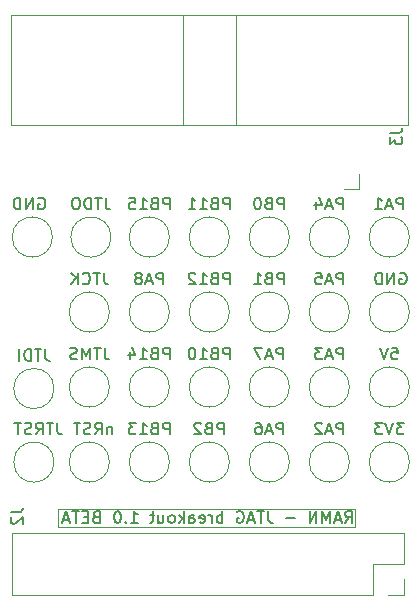
<source format=gbr>
G04 #@! TF.GenerationSoftware,KiCad,Pcbnew,(5.1.4)-1*
G04 #@! TF.CreationDate,2019-12-12T19:58:15+09:00*
G04 #@! TF.ProjectId,microcar_head,6d696372-6f63-4617-925f-686561642e6b,rev?*
G04 #@! TF.SameCoordinates,Original*
G04 #@! TF.FileFunction,Legend,Bot*
G04 #@! TF.FilePolarity,Positive*
%FSLAX46Y46*%
G04 Gerber Fmt 4.6, Leading zero omitted, Abs format (unit mm)*
G04 Created by KiCad (PCBNEW (5.1.4)-1) date 2019-12-12 19:58:15*
%MOMM*%
%LPD*%
G04 APERTURE LIST*
%ADD10C,0.120000*%
%ADD11C,0.150000*%
G04 APERTURE END LIST*
D10*
X48514000Y-59690000D02*
X23368000Y-59690000D01*
X48514000Y-58166000D02*
X48514000Y-59690000D01*
X23368000Y-58166000D02*
X48514000Y-58166000D01*
X23368000Y-59690000D02*
X23368000Y-58166000D01*
D11*
X47687047Y-59380380D02*
X48020380Y-58904190D01*
X48258476Y-59380380D02*
X48258476Y-58380380D01*
X47877523Y-58380380D01*
X47782285Y-58428000D01*
X47734666Y-58475619D01*
X47687047Y-58570857D01*
X47687047Y-58713714D01*
X47734666Y-58808952D01*
X47782285Y-58856571D01*
X47877523Y-58904190D01*
X48258476Y-58904190D01*
X47306095Y-59094666D02*
X46829904Y-59094666D01*
X47401333Y-59380380D02*
X47068000Y-58380380D01*
X46734666Y-59380380D01*
X46401333Y-59380380D02*
X46401333Y-58380380D01*
X46068000Y-59094666D01*
X45734666Y-58380380D01*
X45734666Y-59380380D01*
X45258476Y-59380380D02*
X45258476Y-58380380D01*
X44687047Y-59380380D01*
X44687047Y-58380380D01*
X43448952Y-58999428D02*
X42687047Y-58999428D01*
X41163238Y-58380380D02*
X41163238Y-59094666D01*
X41210857Y-59237523D01*
X41306095Y-59332761D01*
X41448952Y-59380380D01*
X41544190Y-59380380D01*
X40829904Y-58380380D02*
X40258476Y-58380380D01*
X40544190Y-59380380D02*
X40544190Y-58380380D01*
X39972761Y-59094666D02*
X39496571Y-59094666D01*
X40068000Y-59380380D02*
X39734666Y-58380380D01*
X39401333Y-59380380D01*
X38544190Y-58428000D02*
X38639428Y-58380380D01*
X38782285Y-58380380D01*
X38925142Y-58428000D01*
X39020380Y-58523238D01*
X39068000Y-58618476D01*
X39115619Y-58808952D01*
X39115619Y-58951809D01*
X39068000Y-59142285D01*
X39020380Y-59237523D01*
X38925142Y-59332761D01*
X38782285Y-59380380D01*
X38687047Y-59380380D01*
X38544190Y-59332761D01*
X38496571Y-59285142D01*
X38496571Y-58951809D01*
X38687047Y-58951809D01*
X37306095Y-59380380D02*
X37306095Y-58380380D01*
X37306095Y-58761333D02*
X37210857Y-58713714D01*
X37020380Y-58713714D01*
X36925142Y-58761333D01*
X36877523Y-58808952D01*
X36829904Y-58904190D01*
X36829904Y-59189904D01*
X36877523Y-59285142D01*
X36925142Y-59332761D01*
X37020380Y-59380380D01*
X37210857Y-59380380D01*
X37306095Y-59332761D01*
X36401333Y-59380380D02*
X36401333Y-58713714D01*
X36401333Y-58904190D02*
X36353714Y-58808952D01*
X36306095Y-58761333D01*
X36210857Y-58713714D01*
X36115619Y-58713714D01*
X35401333Y-59332761D02*
X35496571Y-59380380D01*
X35687047Y-59380380D01*
X35782285Y-59332761D01*
X35829904Y-59237523D01*
X35829904Y-58856571D01*
X35782285Y-58761333D01*
X35687047Y-58713714D01*
X35496571Y-58713714D01*
X35401333Y-58761333D01*
X35353714Y-58856571D01*
X35353714Y-58951809D01*
X35829904Y-59047047D01*
X34496571Y-59380380D02*
X34496571Y-58856571D01*
X34544190Y-58761333D01*
X34639428Y-58713714D01*
X34829904Y-58713714D01*
X34925142Y-58761333D01*
X34496571Y-59332761D02*
X34591809Y-59380380D01*
X34829904Y-59380380D01*
X34925142Y-59332761D01*
X34972761Y-59237523D01*
X34972761Y-59142285D01*
X34925142Y-59047047D01*
X34829904Y-58999428D01*
X34591809Y-58999428D01*
X34496571Y-58951809D01*
X34020380Y-59380380D02*
X34020380Y-58380380D01*
X33925142Y-58999428D02*
X33639428Y-59380380D01*
X33639428Y-58713714D02*
X34020380Y-59094666D01*
X33068000Y-59380380D02*
X33163238Y-59332761D01*
X33210857Y-59285142D01*
X33258476Y-59189904D01*
X33258476Y-58904190D01*
X33210857Y-58808952D01*
X33163238Y-58761333D01*
X33068000Y-58713714D01*
X32925142Y-58713714D01*
X32829904Y-58761333D01*
X32782285Y-58808952D01*
X32734666Y-58904190D01*
X32734666Y-59189904D01*
X32782285Y-59285142D01*
X32829904Y-59332761D01*
X32925142Y-59380380D01*
X33068000Y-59380380D01*
X31877523Y-58713714D02*
X31877523Y-59380380D01*
X32306095Y-58713714D02*
X32306095Y-59237523D01*
X32258476Y-59332761D01*
X32163238Y-59380380D01*
X32020380Y-59380380D01*
X31925142Y-59332761D01*
X31877523Y-59285142D01*
X31544190Y-58713714D02*
X31163238Y-58713714D01*
X31401333Y-58380380D02*
X31401333Y-59237523D01*
X31353714Y-59332761D01*
X31258476Y-59380380D01*
X31163238Y-59380380D01*
X29544190Y-59380380D02*
X30115619Y-59380380D01*
X29829904Y-59380380D02*
X29829904Y-58380380D01*
X29925142Y-58523238D01*
X30020380Y-58618476D01*
X30115619Y-58666095D01*
X29115619Y-59285142D02*
X29068000Y-59332761D01*
X29115619Y-59380380D01*
X29163238Y-59332761D01*
X29115619Y-59285142D01*
X29115619Y-59380380D01*
X28448952Y-58380380D02*
X28353714Y-58380380D01*
X28258476Y-58428000D01*
X28210857Y-58475619D01*
X28163238Y-58570857D01*
X28115619Y-58761333D01*
X28115619Y-58999428D01*
X28163238Y-59189904D01*
X28210857Y-59285142D01*
X28258476Y-59332761D01*
X28353714Y-59380380D01*
X28448952Y-59380380D01*
X28544190Y-59332761D01*
X28591809Y-59285142D01*
X28639428Y-59189904D01*
X28687047Y-58999428D01*
X28687047Y-58761333D01*
X28639428Y-58570857D01*
X28591809Y-58475619D01*
X28544190Y-58428000D01*
X28448952Y-58380380D01*
X26591809Y-58856571D02*
X26448952Y-58904190D01*
X26401333Y-58951809D01*
X26353714Y-59047047D01*
X26353714Y-59189904D01*
X26401333Y-59285142D01*
X26448952Y-59332761D01*
X26544190Y-59380380D01*
X26925142Y-59380380D01*
X26925142Y-58380380D01*
X26591809Y-58380380D01*
X26496571Y-58428000D01*
X26448952Y-58475619D01*
X26401333Y-58570857D01*
X26401333Y-58666095D01*
X26448952Y-58761333D01*
X26496571Y-58808952D01*
X26591809Y-58856571D01*
X26925142Y-58856571D01*
X25925142Y-58856571D02*
X25591809Y-58856571D01*
X25448952Y-59380380D02*
X25925142Y-59380380D01*
X25925142Y-58380380D01*
X25448952Y-58380380D01*
X25163238Y-58380380D02*
X24591809Y-58380380D01*
X24877523Y-59380380D02*
X24877523Y-58380380D01*
X24306095Y-59094666D02*
X23829904Y-59094666D01*
X24401333Y-59380380D02*
X24068000Y-58380380D01*
X23734666Y-59380380D01*
D10*
X52638000Y-65465000D02*
X52638000Y-64135000D01*
X51308000Y-65465000D02*
X52638000Y-65465000D01*
X52638000Y-62865000D02*
X52638000Y-60265000D01*
X50038000Y-62865000D02*
X52638000Y-62865000D01*
X50038000Y-65465000D02*
X50038000Y-62865000D01*
X52638000Y-60265000D02*
X19498000Y-60265000D01*
X50038000Y-65465000D02*
X19498000Y-65465000D01*
X19498000Y-65465000D02*
X19498000Y-60265000D01*
X38445000Y-25715000D02*
X38445000Y-16365000D01*
X19415000Y-25715000D02*
X52975000Y-25715000D01*
X19415000Y-25715000D02*
X19415000Y-16365000D01*
X33945000Y-25715000D02*
X33945000Y-16365000D01*
X52975000Y-25715000D02*
X52975000Y-16365000D01*
X52975000Y-16365000D02*
X19415000Y-16365000D01*
X48895000Y-29845000D02*
X48895000Y-31115000D01*
X48895000Y-31115000D02*
X47625000Y-31115000D01*
X22909000Y-35179000D02*
G75*
G03X22909000Y-35179000I-1700000J0D01*
G01*
X32815000Y-54229000D02*
G75*
G03X32815000Y-54229000I-1700000J0D01*
G01*
X32815000Y-35179000D02*
G75*
G03X32815000Y-35179000I-1700000J0D01*
G01*
X32815000Y-47879000D02*
G75*
G03X32815000Y-47879000I-1700000J0D01*
G01*
X37895000Y-41529000D02*
G75*
G03X37895000Y-41529000I-1700000J0D01*
G01*
X37895000Y-35179000D02*
G75*
G03X37895000Y-35179000I-1700000J0D01*
G01*
X37895000Y-47879000D02*
G75*
G03X37895000Y-47879000I-1700000J0D01*
G01*
X37895000Y-54229000D02*
G75*
G03X37895000Y-54229000I-1700000J0D01*
G01*
X42975000Y-41529000D02*
G75*
G03X42975000Y-41529000I-1700000J0D01*
G01*
X42975000Y-35179000D02*
G75*
G03X42975000Y-35179000I-1700000J0D01*
G01*
X32815000Y-41529000D02*
G75*
G03X32815000Y-41529000I-1700000J0D01*
G01*
X42975000Y-47879000D02*
G75*
G03X42975000Y-47879000I-1700000J0D01*
G01*
X42975000Y-54229000D02*
G75*
G03X42975000Y-54229000I-1700000J0D01*
G01*
X48055000Y-41529000D02*
G75*
G03X48055000Y-41529000I-1700000J0D01*
G01*
X48055000Y-35179000D02*
G75*
G03X48055000Y-35179000I-1700000J0D01*
G01*
X48055000Y-47879000D02*
G75*
G03X48055000Y-47879000I-1700000J0D01*
G01*
X48055000Y-54229000D02*
G75*
G03X48055000Y-54229000I-1700000J0D01*
G01*
X53135000Y-35179000D02*
G75*
G03X53135000Y-35179000I-1700000J0D01*
G01*
X27735000Y-54229000D02*
G75*
G03X27735000Y-54229000I-1700000J0D01*
G01*
X23036000Y-54229000D02*
G75*
G03X23036000Y-54229000I-1700000J0D01*
G01*
X27735000Y-47879000D02*
G75*
G03X27735000Y-47879000I-1700000J0D01*
G01*
X27862000Y-35179000D02*
G75*
G03X27862000Y-35179000I-1700000J0D01*
G01*
X23036000Y-48006000D02*
G75*
G03X23036000Y-48006000I-1700000J0D01*
G01*
X27735000Y-41529000D02*
G75*
G03X27735000Y-41529000I-1700000J0D01*
G01*
X53135000Y-41529000D02*
G75*
G03X53135000Y-41529000I-1700000J0D01*
G01*
X53135000Y-47879000D02*
G75*
G03X53135000Y-47879000I-1700000J0D01*
G01*
X53135000Y-54229000D02*
G75*
G03X53135000Y-54229000I-1700000J0D01*
G01*
D11*
X19391380Y-58467666D02*
X20105666Y-58467666D01*
X20248523Y-58420047D01*
X20343761Y-58324809D01*
X20391380Y-58181952D01*
X20391380Y-58086714D01*
X19486619Y-58896238D02*
X19439000Y-58943857D01*
X19391380Y-59039095D01*
X19391380Y-59277190D01*
X19439000Y-59372428D01*
X19486619Y-59420047D01*
X19581857Y-59467666D01*
X19677095Y-59467666D01*
X19819952Y-59420047D01*
X20391380Y-58848619D01*
X20391380Y-59467666D01*
X51522380Y-26336666D02*
X52236666Y-26336666D01*
X52379523Y-26289047D01*
X52474761Y-26193809D01*
X52522380Y-26050952D01*
X52522380Y-25955714D01*
X51522380Y-26717619D02*
X51522380Y-27336666D01*
X51903333Y-27003333D01*
X51903333Y-27146190D01*
X51950952Y-27241428D01*
X51998571Y-27289047D01*
X52093809Y-27336666D01*
X52331904Y-27336666D01*
X52427142Y-27289047D01*
X52474761Y-27241428D01*
X52522380Y-27146190D01*
X52522380Y-26860476D01*
X52474761Y-26765238D01*
X52427142Y-26717619D01*
X21716904Y-31885000D02*
X21812142Y-31837380D01*
X21955000Y-31837380D01*
X22097857Y-31885000D01*
X22193095Y-31980238D01*
X22240714Y-32075476D01*
X22288333Y-32265952D01*
X22288333Y-32408809D01*
X22240714Y-32599285D01*
X22193095Y-32694523D01*
X22097857Y-32789761D01*
X21955000Y-32837380D01*
X21859761Y-32837380D01*
X21716904Y-32789761D01*
X21669285Y-32742142D01*
X21669285Y-32408809D01*
X21859761Y-32408809D01*
X21240714Y-32837380D02*
X21240714Y-31837380D01*
X20669285Y-32837380D01*
X20669285Y-31837380D01*
X20193095Y-32837380D02*
X20193095Y-31837380D01*
X19955000Y-31837380D01*
X19812142Y-31885000D01*
X19716904Y-31980238D01*
X19669285Y-32075476D01*
X19621666Y-32265952D01*
X19621666Y-32408809D01*
X19669285Y-32599285D01*
X19716904Y-32694523D01*
X19812142Y-32789761D01*
X19955000Y-32837380D01*
X20193095Y-32837380D01*
X32829285Y-51887380D02*
X32829285Y-50887380D01*
X32448333Y-50887380D01*
X32353095Y-50935000D01*
X32305476Y-50982619D01*
X32257857Y-51077857D01*
X32257857Y-51220714D01*
X32305476Y-51315952D01*
X32353095Y-51363571D01*
X32448333Y-51411190D01*
X32829285Y-51411190D01*
X31495952Y-51363571D02*
X31353095Y-51411190D01*
X31305476Y-51458809D01*
X31257857Y-51554047D01*
X31257857Y-51696904D01*
X31305476Y-51792142D01*
X31353095Y-51839761D01*
X31448333Y-51887380D01*
X31829285Y-51887380D01*
X31829285Y-50887380D01*
X31495952Y-50887380D01*
X31400714Y-50935000D01*
X31353095Y-50982619D01*
X31305476Y-51077857D01*
X31305476Y-51173095D01*
X31353095Y-51268333D01*
X31400714Y-51315952D01*
X31495952Y-51363571D01*
X31829285Y-51363571D01*
X30305476Y-51887380D02*
X30876904Y-51887380D01*
X30591190Y-51887380D02*
X30591190Y-50887380D01*
X30686428Y-51030238D01*
X30781666Y-51125476D01*
X30876904Y-51173095D01*
X29972142Y-50887380D02*
X29353095Y-50887380D01*
X29686428Y-51268333D01*
X29543571Y-51268333D01*
X29448333Y-51315952D01*
X29400714Y-51363571D01*
X29353095Y-51458809D01*
X29353095Y-51696904D01*
X29400714Y-51792142D01*
X29448333Y-51839761D01*
X29543571Y-51887380D01*
X29829285Y-51887380D01*
X29924523Y-51839761D01*
X29972142Y-51792142D01*
X32829285Y-32837380D02*
X32829285Y-31837380D01*
X32448333Y-31837380D01*
X32353095Y-31885000D01*
X32305476Y-31932619D01*
X32257857Y-32027857D01*
X32257857Y-32170714D01*
X32305476Y-32265952D01*
X32353095Y-32313571D01*
X32448333Y-32361190D01*
X32829285Y-32361190D01*
X31495952Y-32313571D02*
X31353095Y-32361190D01*
X31305476Y-32408809D01*
X31257857Y-32504047D01*
X31257857Y-32646904D01*
X31305476Y-32742142D01*
X31353095Y-32789761D01*
X31448333Y-32837380D01*
X31829285Y-32837380D01*
X31829285Y-31837380D01*
X31495952Y-31837380D01*
X31400714Y-31885000D01*
X31353095Y-31932619D01*
X31305476Y-32027857D01*
X31305476Y-32123095D01*
X31353095Y-32218333D01*
X31400714Y-32265952D01*
X31495952Y-32313571D01*
X31829285Y-32313571D01*
X30305476Y-32837380D02*
X30876904Y-32837380D01*
X30591190Y-32837380D02*
X30591190Y-31837380D01*
X30686428Y-31980238D01*
X30781666Y-32075476D01*
X30876904Y-32123095D01*
X29400714Y-31837380D02*
X29876904Y-31837380D01*
X29924523Y-32313571D01*
X29876904Y-32265952D01*
X29781666Y-32218333D01*
X29543571Y-32218333D01*
X29448333Y-32265952D01*
X29400714Y-32313571D01*
X29353095Y-32408809D01*
X29353095Y-32646904D01*
X29400714Y-32742142D01*
X29448333Y-32789761D01*
X29543571Y-32837380D01*
X29781666Y-32837380D01*
X29876904Y-32789761D01*
X29924523Y-32742142D01*
X32829285Y-45537380D02*
X32829285Y-44537380D01*
X32448333Y-44537380D01*
X32353095Y-44585000D01*
X32305476Y-44632619D01*
X32257857Y-44727857D01*
X32257857Y-44870714D01*
X32305476Y-44965952D01*
X32353095Y-45013571D01*
X32448333Y-45061190D01*
X32829285Y-45061190D01*
X31495952Y-45013571D02*
X31353095Y-45061190D01*
X31305476Y-45108809D01*
X31257857Y-45204047D01*
X31257857Y-45346904D01*
X31305476Y-45442142D01*
X31353095Y-45489761D01*
X31448333Y-45537380D01*
X31829285Y-45537380D01*
X31829285Y-44537380D01*
X31495952Y-44537380D01*
X31400714Y-44585000D01*
X31353095Y-44632619D01*
X31305476Y-44727857D01*
X31305476Y-44823095D01*
X31353095Y-44918333D01*
X31400714Y-44965952D01*
X31495952Y-45013571D01*
X31829285Y-45013571D01*
X30305476Y-45537380D02*
X30876904Y-45537380D01*
X30591190Y-45537380D02*
X30591190Y-44537380D01*
X30686428Y-44680238D01*
X30781666Y-44775476D01*
X30876904Y-44823095D01*
X29448333Y-44870714D02*
X29448333Y-45537380D01*
X29686428Y-44489761D02*
X29924523Y-45204047D01*
X29305476Y-45204047D01*
X37909285Y-39187380D02*
X37909285Y-38187380D01*
X37528333Y-38187380D01*
X37433095Y-38235000D01*
X37385476Y-38282619D01*
X37337857Y-38377857D01*
X37337857Y-38520714D01*
X37385476Y-38615952D01*
X37433095Y-38663571D01*
X37528333Y-38711190D01*
X37909285Y-38711190D01*
X36575952Y-38663571D02*
X36433095Y-38711190D01*
X36385476Y-38758809D01*
X36337857Y-38854047D01*
X36337857Y-38996904D01*
X36385476Y-39092142D01*
X36433095Y-39139761D01*
X36528333Y-39187380D01*
X36909285Y-39187380D01*
X36909285Y-38187380D01*
X36575952Y-38187380D01*
X36480714Y-38235000D01*
X36433095Y-38282619D01*
X36385476Y-38377857D01*
X36385476Y-38473095D01*
X36433095Y-38568333D01*
X36480714Y-38615952D01*
X36575952Y-38663571D01*
X36909285Y-38663571D01*
X35385476Y-39187380D02*
X35956904Y-39187380D01*
X35671190Y-39187380D02*
X35671190Y-38187380D01*
X35766428Y-38330238D01*
X35861666Y-38425476D01*
X35956904Y-38473095D01*
X35004523Y-38282619D02*
X34956904Y-38235000D01*
X34861666Y-38187380D01*
X34623571Y-38187380D01*
X34528333Y-38235000D01*
X34480714Y-38282619D01*
X34433095Y-38377857D01*
X34433095Y-38473095D01*
X34480714Y-38615952D01*
X35052142Y-39187380D01*
X34433095Y-39187380D01*
X37909285Y-32837380D02*
X37909285Y-31837380D01*
X37528333Y-31837380D01*
X37433095Y-31885000D01*
X37385476Y-31932619D01*
X37337857Y-32027857D01*
X37337857Y-32170714D01*
X37385476Y-32265952D01*
X37433095Y-32313571D01*
X37528333Y-32361190D01*
X37909285Y-32361190D01*
X36575952Y-32313571D02*
X36433095Y-32361190D01*
X36385476Y-32408809D01*
X36337857Y-32504047D01*
X36337857Y-32646904D01*
X36385476Y-32742142D01*
X36433095Y-32789761D01*
X36528333Y-32837380D01*
X36909285Y-32837380D01*
X36909285Y-31837380D01*
X36575952Y-31837380D01*
X36480714Y-31885000D01*
X36433095Y-31932619D01*
X36385476Y-32027857D01*
X36385476Y-32123095D01*
X36433095Y-32218333D01*
X36480714Y-32265952D01*
X36575952Y-32313571D01*
X36909285Y-32313571D01*
X35385476Y-32837380D02*
X35956904Y-32837380D01*
X35671190Y-32837380D02*
X35671190Y-31837380D01*
X35766428Y-31980238D01*
X35861666Y-32075476D01*
X35956904Y-32123095D01*
X34433095Y-32837380D02*
X35004523Y-32837380D01*
X34718809Y-32837380D02*
X34718809Y-31837380D01*
X34814047Y-31980238D01*
X34909285Y-32075476D01*
X35004523Y-32123095D01*
X37909285Y-45537380D02*
X37909285Y-44537380D01*
X37528333Y-44537380D01*
X37433095Y-44585000D01*
X37385476Y-44632619D01*
X37337857Y-44727857D01*
X37337857Y-44870714D01*
X37385476Y-44965952D01*
X37433095Y-45013571D01*
X37528333Y-45061190D01*
X37909285Y-45061190D01*
X36575952Y-45013571D02*
X36433095Y-45061190D01*
X36385476Y-45108809D01*
X36337857Y-45204047D01*
X36337857Y-45346904D01*
X36385476Y-45442142D01*
X36433095Y-45489761D01*
X36528333Y-45537380D01*
X36909285Y-45537380D01*
X36909285Y-44537380D01*
X36575952Y-44537380D01*
X36480714Y-44585000D01*
X36433095Y-44632619D01*
X36385476Y-44727857D01*
X36385476Y-44823095D01*
X36433095Y-44918333D01*
X36480714Y-44965952D01*
X36575952Y-45013571D01*
X36909285Y-45013571D01*
X35385476Y-45537380D02*
X35956904Y-45537380D01*
X35671190Y-45537380D02*
X35671190Y-44537380D01*
X35766428Y-44680238D01*
X35861666Y-44775476D01*
X35956904Y-44823095D01*
X34766428Y-44537380D02*
X34671190Y-44537380D01*
X34575952Y-44585000D01*
X34528333Y-44632619D01*
X34480714Y-44727857D01*
X34433095Y-44918333D01*
X34433095Y-45156428D01*
X34480714Y-45346904D01*
X34528333Y-45442142D01*
X34575952Y-45489761D01*
X34671190Y-45537380D01*
X34766428Y-45537380D01*
X34861666Y-45489761D01*
X34909285Y-45442142D01*
X34956904Y-45346904D01*
X35004523Y-45156428D01*
X35004523Y-44918333D01*
X34956904Y-44727857D01*
X34909285Y-44632619D01*
X34861666Y-44585000D01*
X34766428Y-44537380D01*
X37433095Y-51887380D02*
X37433095Y-50887380D01*
X37052142Y-50887380D01*
X36956904Y-50935000D01*
X36909285Y-50982619D01*
X36861666Y-51077857D01*
X36861666Y-51220714D01*
X36909285Y-51315952D01*
X36956904Y-51363571D01*
X37052142Y-51411190D01*
X37433095Y-51411190D01*
X36099761Y-51363571D02*
X35956904Y-51411190D01*
X35909285Y-51458809D01*
X35861666Y-51554047D01*
X35861666Y-51696904D01*
X35909285Y-51792142D01*
X35956904Y-51839761D01*
X36052142Y-51887380D01*
X36433095Y-51887380D01*
X36433095Y-50887380D01*
X36099761Y-50887380D01*
X36004523Y-50935000D01*
X35956904Y-50982619D01*
X35909285Y-51077857D01*
X35909285Y-51173095D01*
X35956904Y-51268333D01*
X36004523Y-51315952D01*
X36099761Y-51363571D01*
X36433095Y-51363571D01*
X35480714Y-50982619D02*
X35433095Y-50935000D01*
X35337857Y-50887380D01*
X35099761Y-50887380D01*
X35004523Y-50935000D01*
X34956904Y-50982619D01*
X34909285Y-51077857D01*
X34909285Y-51173095D01*
X34956904Y-51315952D01*
X35528333Y-51887380D01*
X34909285Y-51887380D01*
X42513095Y-39187380D02*
X42513095Y-38187380D01*
X42132142Y-38187380D01*
X42036904Y-38235000D01*
X41989285Y-38282619D01*
X41941666Y-38377857D01*
X41941666Y-38520714D01*
X41989285Y-38615952D01*
X42036904Y-38663571D01*
X42132142Y-38711190D01*
X42513095Y-38711190D01*
X41179761Y-38663571D02*
X41036904Y-38711190D01*
X40989285Y-38758809D01*
X40941666Y-38854047D01*
X40941666Y-38996904D01*
X40989285Y-39092142D01*
X41036904Y-39139761D01*
X41132142Y-39187380D01*
X41513095Y-39187380D01*
X41513095Y-38187380D01*
X41179761Y-38187380D01*
X41084523Y-38235000D01*
X41036904Y-38282619D01*
X40989285Y-38377857D01*
X40989285Y-38473095D01*
X41036904Y-38568333D01*
X41084523Y-38615952D01*
X41179761Y-38663571D01*
X41513095Y-38663571D01*
X39989285Y-39187380D02*
X40560714Y-39187380D01*
X40275000Y-39187380D02*
X40275000Y-38187380D01*
X40370238Y-38330238D01*
X40465476Y-38425476D01*
X40560714Y-38473095D01*
X42513095Y-32837380D02*
X42513095Y-31837380D01*
X42132142Y-31837380D01*
X42036904Y-31885000D01*
X41989285Y-31932619D01*
X41941666Y-32027857D01*
X41941666Y-32170714D01*
X41989285Y-32265952D01*
X42036904Y-32313571D01*
X42132142Y-32361190D01*
X42513095Y-32361190D01*
X41179761Y-32313571D02*
X41036904Y-32361190D01*
X40989285Y-32408809D01*
X40941666Y-32504047D01*
X40941666Y-32646904D01*
X40989285Y-32742142D01*
X41036904Y-32789761D01*
X41132142Y-32837380D01*
X41513095Y-32837380D01*
X41513095Y-31837380D01*
X41179761Y-31837380D01*
X41084523Y-31885000D01*
X41036904Y-31932619D01*
X40989285Y-32027857D01*
X40989285Y-32123095D01*
X41036904Y-32218333D01*
X41084523Y-32265952D01*
X41179761Y-32313571D01*
X41513095Y-32313571D01*
X40322619Y-31837380D02*
X40227380Y-31837380D01*
X40132142Y-31885000D01*
X40084523Y-31932619D01*
X40036904Y-32027857D01*
X39989285Y-32218333D01*
X39989285Y-32456428D01*
X40036904Y-32646904D01*
X40084523Y-32742142D01*
X40132142Y-32789761D01*
X40227380Y-32837380D01*
X40322619Y-32837380D01*
X40417857Y-32789761D01*
X40465476Y-32742142D01*
X40513095Y-32646904D01*
X40560714Y-32456428D01*
X40560714Y-32218333D01*
X40513095Y-32027857D01*
X40465476Y-31932619D01*
X40417857Y-31885000D01*
X40322619Y-31837380D01*
X32281666Y-39187380D02*
X32281666Y-38187380D01*
X31900714Y-38187380D01*
X31805476Y-38235000D01*
X31757857Y-38282619D01*
X31710238Y-38377857D01*
X31710238Y-38520714D01*
X31757857Y-38615952D01*
X31805476Y-38663571D01*
X31900714Y-38711190D01*
X32281666Y-38711190D01*
X31329285Y-38901666D02*
X30853095Y-38901666D01*
X31424523Y-39187380D02*
X31091190Y-38187380D01*
X30757857Y-39187380D01*
X30281666Y-38615952D02*
X30376904Y-38568333D01*
X30424523Y-38520714D01*
X30472142Y-38425476D01*
X30472142Y-38377857D01*
X30424523Y-38282619D01*
X30376904Y-38235000D01*
X30281666Y-38187380D01*
X30091190Y-38187380D01*
X29995952Y-38235000D01*
X29948333Y-38282619D01*
X29900714Y-38377857D01*
X29900714Y-38425476D01*
X29948333Y-38520714D01*
X29995952Y-38568333D01*
X30091190Y-38615952D01*
X30281666Y-38615952D01*
X30376904Y-38663571D01*
X30424523Y-38711190D01*
X30472142Y-38806428D01*
X30472142Y-38996904D01*
X30424523Y-39092142D01*
X30376904Y-39139761D01*
X30281666Y-39187380D01*
X30091190Y-39187380D01*
X29995952Y-39139761D01*
X29948333Y-39092142D01*
X29900714Y-38996904D01*
X29900714Y-38806428D01*
X29948333Y-38711190D01*
X29995952Y-38663571D01*
X30091190Y-38615952D01*
X42441666Y-45537380D02*
X42441666Y-44537380D01*
X42060714Y-44537380D01*
X41965476Y-44585000D01*
X41917857Y-44632619D01*
X41870238Y-44727857D01*
X41870238Y-44870714D01*
X41917857Y-44965952D01*
X41965476Y-45013571D01*
X42060714Y-45061190D01*
X42441666Y-45061190D01*
X41489285Y-45251666D02*
X41013095Y-45251666D01*
X41584523Y-45537380D02*
X41251190Y-44537380D01*
X40917857Y-45537380D01*
X40679761Y-44537380D02*
X40013095Y-44537380D01*
X40441666Y-45537380D01*
X42441666Y-51887380D02*
X42441666Y-50887380D01*
X42060714Y-50887380D01*
X41965476Y-50935000D01*
X41917857Y-50982619D01*
X41870238Y-51077857D01*
X41870238Y-51220714D01*
X41917857Y-51315952D01*
X41965476Y-51363571D01*
X42060714Y-51411190D01*
X42441666Y-51411190D01*
X41489285Y-51601666D02*
X41013095Y-51601666D01*
X41584523Y-51887380D02*
X41251190Y-50887380D01*
X40917857Y-51887380D01*
X40155952Y-50887380D02*
X40346428Y-50887380D01*
X40441666Y-50935000D01*
X40489285Y-50982619D01*
X40584523Y-51125476D01*
X40632142Y-51315952D01*
X40632142Y-51696904D01*
X40584523Y-51792142D01*
X40536904Y-51839761D01*
X40441666Y-51887380D01*
X40251190Y-51887380D01*
X40155952Y-51839761D01*
X40108333Y-51792142D01*
X40060714Y-51696904D01*
X40060714Y-51458809D01*
X40108333Y-51363571D01*
X40155952Y-51315952D01*
X40251190Y-51268333D01*
X40441666Y-51268333D01*
X40536904Y-51315952D01*
X40584523Y-51363571D01*
X40632142Y-51458809D01*
X47521666Y-39187380D02*
X47521666Y-38187380D01*
X47140714Y-38187380D01*
X47045476Y-38235000D01*
X46997857Y-38282619D01*
X46950238Y-38377857D01*
X46950238Y-38520714D01*
X46997857Y-38615952D01*
X47045476Y-38663571D01*
X47140714Y-38711190D01*
X47521666Y-38711190D01*
X46569285Y-38901666D02*
X46093095Y-38901666D01*
X46664523Y-39187380D02*
X46331190Y-38187380D01*
X45997857Y-39187380D01*
X45188333Y-38187380D02*
X45664523Y-38187380D01*
X45712142Y-38663571D01*
X45664523Y-38615952D01*
X45569285Y-38568333D01*
X45331190Y-38568333D01*
X45235952Y-38615952D01*
X45188333Y-38663571D01*
X45140714Y-38758809D01*
X45140714Y-38996904D01*
X45188333Y-39092142D01*
X45235952Y-39139761D01*
X45331190Y-39187380D01*
X45569285Y-39187380D01*
X45664523Y-39139761D01*
X45712142Y-39092142D01*
X47521666Y-32837380D02*
X47521666Y-31837380D01*
X47140714Y-31837380D01*
X47045476Y-31885000D01*
X46997857Y-31932619D01*
X46950238Y-32027857D01*
X46950238Y-32170714D01*
X46997857Y-32265952D01*
X47045476Y-32313571D01*
X47140714Y-32361190D01*
X47521666Y-32361190D01*
X46569285Y-32551666D02*
X46093095Y-32551666D01*
X46664523Y-32837380D02*
X46331190Y-31837380D01*
X45997857Y-32837380D01*
X45235952Y-32170714D02*
X45235952Y-32837380D01*
X45474047Y-31789761D02*
X45712142Y-32504047D01*
X45093095Y-32504047D01*
X47521666Y-45537380D02*
X47521666Y-44537380D01*
X47140714Y-44537380D01*
X47045476Y-44585000D01*
X46997857Y-44632619D01*
X46950238Y-44727857D01*
X46950238Y-44870714D01*
X46997857Y-44965952D01*
X47045476Y-45013571D01*
X47140714Y-45061190D01*
X47521666Y-45061190D01*
X46569285Y-45251666D02*
X46093095Y-45251666D01*
X46664523Y-45537380D02*
X46331190Y-44537380D01*
X45997857Y-45537380D01*
X45759761Y-44537380D02*
X45140714Y-44537380D01*
X45474047Y-44918333D01*
X45331190Y-44918333D01*
X45235952Y-44965952D01*
X45188333Y-45013571D01*
X45140714Y-45108809D01*
X45140714Y-45346904D01*
X45188333Y-45442142D01*
X45235952Y-45489761D01*
X45331190Y-45537380D01*
X45616904Y-45537380D01*
X45712142Y-45489761D01*
X45759761Y-45442142D01*
X47521666Y-51887380D02*
X47521666Y-50887380D01*
X47140714Y-50887380D01*
X47045476Y-50935000D01*
X46997857Y-50982619D01*
X46950238Y-51077857D01*
X46950238Y-51220714D01*
X46997857Y-51315952D01*
X47045476Y-51363571D01*
X47140714Y-51411190D01*
X47521666Y-51411190D01*
X46569285Y-51601666D02*
X46093095Y-51601666D01*
X46664523Y-51887380D02*
X46331190Y-50887380D01*
X45997857Y-51887380D01*
X45712142Y-50982619D02*
X45664523Y-50935000D01*
X45569285Y-50887380D01*
X45331190Y-50887380D01*
X45235952Y-50935000D01*
X45188333Y-50982619D01*
X45140714Y-51077857D01*
X45140714Y-51173095D01*
X45188333Y-51315952D01*
X45759761Y-51887380D01*
X45140714Y-51887380D01*
X52601666Y-32837380D02*
X52601666Y-31837380D01*
X52220714Y-31837380D01*
X52125476Y-31885000D01*
X52077857Y-31932619D01*
X52030238Y-32027857D01*
X52030238Y-32170714D01*
X52077857Y-32265952D01*
X52125476Y-32313571D01*
X52220714Y-32361190D01*
X52601666Y-32361190D01*
X51649285Y-32551666D02*
X51173095Y-32551666D01*
X51744523Y-32837380D02*
X51411190Y-31837380D01*
X51077857Y-32837380D01*
X50220714Y-32837380D02*
X50792142Y-32837380D01*
X50506428Y-32837380D02*
X50506428Y-31837380D01*
X50601666Y-31980238D01*
X50696904Y-32075476D01*
X50792142Y-32123095D01*
X27987428Y-51220714D02*
X27987428Y-51887380D01*
X27987428Y-51315952D02*
X27939809Y-51268333D01*
X27844571Y-51220714D01*
X27701714Y-51220714D01*
X27606476Y-51268333D01*
X27558857Y-51363571D01*
X27558857Y-51887380D01*
X26511238Y-51887380D02*
X26844571Y-51411190D01*
X27082666Y-51887380D02*
X27082666Y-50887380D01*
X26701714Y-50887380D01*
X26606476Y-50935000D01*
X26558857Y-50982619D01*
X26511238Y-51077857D01*
X26511238Y-51220714D01*
X26558857Y-51315952D01*
X26606476Y-51363571D01*
X26701714Y-51411190D01*
X27082666Y-51411190D01*
X26130285Y-51839761D02*
X25987428Y-51887380D01*
X25749333Y-51887380D01*
X25654095Y-51839761D01*
X25606476Y-51792142D01*
X25558857Y-51696904D01*
X25558857Y-51601666D01*
X25606476Y-51506428D01*
X25654095Y-51458809D01*
X25749333Y-51411190D01*
X25939809Y-51363571D01*
X26035047Y-51315952D01*
X26082666Y-51268333D01*
X26130285Y-51173095D01*
X26130285Y-51077857D01*
X26082666Y-50982619D01*
X26035047Y-50935000D01*
X25939809Y-50887380D01*
X25701714Y-50887380D01*
X25558857Y-50935000D01*
X25273142Y-50887380D02*
X24701714Y-50887380D01*
X24987428Y-51887380D02*
X24987428Y-50887380D01*
X23312238Y-50887380D02*
X23312238Y-51601666D01*
X23359857Y-51744523D01*
X23455095Y-51839761D01*
X23597952Y-51887380D01*
X23693190Y-51887380D01*
X22978904Y-50887380D02*
X22407476Y-50887380D01*
X22693190Y-51887380D02*
X22693190Y-50887380D01*
X21502714Y-51887380D02*
X21836047Y-51411190D01*
X22074142Y-51887380D02*
X22074142Y-50887380D01*
X21693190Y-50887380D01*
X21597952Y-50935000D01*
X21550333Y-50982619D01*
X21502714Y-51077857D01*
X21502714Y-51220714D01*
X21550333Y-51315952D01*
X21597952Y-51363571D01*
X21693190Y-51411190D01*
X22074142Y-51411190D01*
X21121761Y-51839761D02*
X20978904Y-51887380D01*
X20740809Y-51887380D01*
X20645571Y-51839761D01*
X20597952Y-51792142D01*
X20550333Y-51696904D01*
X20550333Y-51601666D01*
X20597952Y-51506428D01*
X20645571Y-51458809D01*
X20740809Y-51411190D01*
X20931285Y-51363571D01*
X21026523Y-51315952D01*
X21074142Y-51268333D01*
X21121761Y-51173095D01*
X21121761Y-51077857D01*
X21074142Y-50982619D01*
X21026523Y-50935000D01*
X20931285Y-50887380D01*
X20693190Y-50887380D01*
X20550333Y-50935000D01*
X20264619Y-50887380D02*
X19693190Y-50887380D01*
X19978904Y-51887380D02*
X19978904Y-50887380D01*
X27320714Y-44537380D02*
X27320714Y-45251666D01*
X27368333Y-45394523D01*
X27463571Y-45489761D01*
X27606428Y-45537380D01*
X27701666Y-45537380D01*
X26987380Y-44537380D02*
X26415952Y-44537380D01*
X26701666Y-45537380D02*
X26701666Y-44537380D01*
X26082619Y-45537380D02*
X26082619Y-44537380D01*
X25749285Y-45251666D01*
X25415952Y-44537380D01*
X25415952Y-45537380D01*
X24987380Y-45489761D02*
X24844523Y-45537380D01*
X24606428Y-45537380D01*
X24511190Y-45489761D01*
X24463571Y-45442142D01*
X24415952Y-45346904D01*
X24415952Y-45251666D01*
X24463571Y-45156428D01*
X24511190Y-45108809D01*
X24606428Y-45061190D01*
X24796904Y-45013571D01*
X24892142Y-44965952D01*
X24939761Y-44918333D01*
X24987380Y-44823095D01*
X24987380Y-44727857D01*
X24939761Y-44632619D01*
X24892142Y-44585000D01*
X24796904Y-44537380D01*
X24558809Y-44537380D01*
X24415952Y-44585000D01*
X27423904Y-31837380D02*
X27423904Y-32551666D01*
X27471523Y-32694523D01*
X27566761Y-32789761D01*
X27709619Y-32837380D01*
X27804857Y-32837380D01*
X27090571Y-31837380D02*
X26519142Y-31837380D01*
X26804857Y-32837380D02*
X26804857Y-31837380D01*
X26185809Y-32837380D02*
X26185809Y-31837380D01*
X25947714Y-31837380D01*
X25804857Y-31885000D01*
X25709619Y-31980238D01*
X25662000Y-32075476D01*
X25614380Y-32265952D01*
X25614380Y-32408809D01*
X25662000Y-32599285D01*
X25709619Y-32694523D01*
X25804857Y-32789761D01*
X25947714Y-32837380D01*
X26185809Y-32837380D01*
X24995333Y-31837380D02*
X24804857Y-31837380D01*
X24709619Y-31885000D01*
X24614380Y-31980238D01*
X24566761Y-32170714D01*
X24566761Y-32504047D01*
X24614380Y-32694523D01*
X24709619Y-32789761D01*
X24804857Y-32837380D01*
X24995333Y-32837380D01*
X25090571Y-32789761D01*
X25185809Y-32694523D01*
X25233428Y-32504047D01*
X25233428Y-32170714D01*
X25185809Y-31980238D01*
X25090571Y-31885000D01*
X24995333Y-31837380D01*
X22312190Y-44664380D02*
X22312190Y-45378666D01*
X22359809Y-45521523D01*
X22455047Y-45616761D01*
X22597904Y-45664380D01*
X22693142Y-45664380D01*
X21978857Y-44664380D02*
X21407428Y-44664380D01*
X21693142Y-45664380D02*
X21693142Y-44664380D01*
X21074095Y-45664380D02*
X21074095Y-44664380D01*
X20836000Y-44664380D01*
X20693142Y-44712000D01*
X20597904Y-44807238D01*
X20550285Y-44902476D01*
X20502666Y-45092952D01*
X20502666Y-45235809D01*
X20550285Y-45426285D01*
X20597904Y-45521523D01*
X20693142Y-45616761D01*
X20836000Y-45664380D01*
X21074095Y-45664380D01*
X20074095Y-45664380D02*
X20074095Y-44664380D01*
X27273095Y-38187380D02*
X27273095Y-38901666D01*
X27320714Y-39044523D01*
X27415952Y-39139761D01*
X27558809Y-39187380D01*
X27654047Y-39187380D01*
X26939761Y-38187380D02*
X26368333Y-38187380D01*
X26654047Y-39187380D02*
X26654047Y-38187380D01*
X25463571Y-39092142D02*
X25511190Y-39139761D01*
X25654047Y-39187380D01*
X25749285Y-39187380D01*
X25892142Y-39139761D01*
X25987380Y-39044523D01*
X26035000Y-38949285D01*
X26082619Y-38758809D01*
X26082619Y-38615952D01*
X26035000Y-38425476D01*
X25987380Y-38330238D01*
X25892142Y-38235000D01*
X25749285Y-38187380D01*
X25654047Y-38187380D01*
X25511190Y-38235000D01*
X25463571Y-38282619D01*
X25035000Y-39187380D02*
X25035000Y-38187380D01*
X24463571Y-39187380D02*
X24892142Y-38615952D01*
X24463571Y-38187380D02*
X25035000Y-38758809D01*
X52323904Y-38235000D02*
X52419142Y-38187380D01*
X52562000Y-38187380D01*
X52704857Y-38235000D01*
X52800095Y-38330238D01*
X52847714Y-38425476D01*
X52895333Y-38615952D01*
X52895333Y-38758809D01*
X52847714Y-38949285D01*
X52800095Y-39044523D01*
X52704857Y-39139761D01*
X52562000Y-39187380D01*
X52466761Y-39187380D01*
X52323904Y-39139761D01*
X52276285Y-39092142D01*
X52276285Y-38758809D01*
X52466761Y-38758809D01*
X51847714Y-39187380D02*
X51847714Y-38187380D01*
X51276285Y-39187380D01*
X51276285Y-38187380D01*
X50800095Y-39187380D02*
X50800095Y-38187380D01*
X50562000Y-38187380D01*
X50419142Y-38235000D01*
X50323904Y-38330238D01*
X50276285Y-38425476D01*
X50228666Y-38615952D01*
X50228666Y-38758809D01*
X50276285Y-38949285D01*
X50323904Y-39044523D01*
X50419142Y-39139761D01*
X50562000Y-39187380D01*
X50800095Y-39187380D01*
X51625476Y-44537380D02*
X52101666Y-44537380D01*
X52149285Y-45013571D01*
X52101666Y-44965952D01*
X52006428Y-44918333D01*
X51768333Y-44918333D01*
X51673095Y-44965952D01*
X51625476Y-45013571D01*
X51577857Y-45108809D01*
X51577857Y-45346904D01*
X51625476Y-45442142D01*
X51673095Y-45489761D01*
X51768333Y-45537380D01*
X52006428Y-45537380D01*
X52101666Y-45489761D01*
X52149285Y-45442142D01*
X51292142Y-44537380D02*
X50958809Y-45537380D01*
X50625476Y-44537380D01*
X52673095Y-50887380D02*
X52054047Y-50887380D01*
X52387380Y-51268333D01*
X52244523Y-51268333D01*
X52149285Y-51315952D01*
X52101666Y-51363571D01*
X52054047Y-51458809D01*
X52054047Y-51696904D01*
X52101666Y-51792142D01*
X52149285Y-51839761D01*
X52244523Y-51887380D01*
X52530238Y-51887380D01*
X52625476Y-51839761D01*
X52673095Y-51792142D01*
X51768333Y-50887380D02*
X51435000Y-51887380D01*
X51101666Y-50887380D01*
X50863571Y-50887380D02*
X50244523Y-50887380D01*
X50577857Y-51268333D01*
X50435000Y-51268333D01*
X50339761Y-51315952D01*
X50292142Y-51363571D01*
X50244523Y-51458809D01*
X50244523Y-51696904D01*
X50292142Y-51792142D01*
X50339761Y-51839761D01*
X50435000Y-51887380D01*
X50720714Y-51887380D01*
X50815952Y-51839761D01*
X50863571Y-51792142D01*
M02*

</source>
